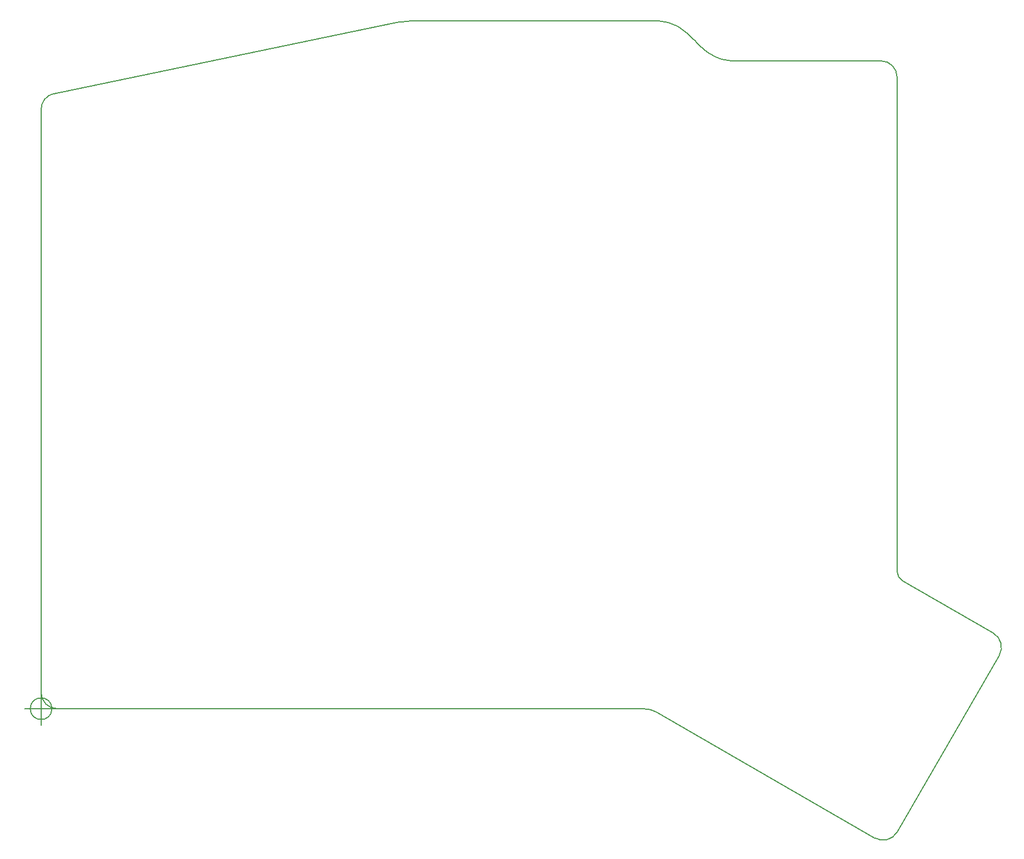
<source format=gm1>
G04 #@! TF.GenerationSoftware,KiCad,Pcbnew,(5.99.0-7652-gaab3c936f0)*
G04 #@! TF.CreationDate,2020-12-28T19:10:51+00:00*
G04 #@! TF.ProjectId,ergodash,6572676f-6461-4736-982e-6b696361645f,2.0*
G04 #@! TF.SameCoordinates,PX4c880a8PY8a3633c*
G04 #@! TF.FileFunction,Profile,NP*
%FSLAX46Y46*%
G04 Gerber Fmt 4.6, Leading zero omitted, Abs format (unit mm)*
G04 Created by KiCad (PCBNEW (5.99.0-7652-gaab3c936f0)) date 2020-12-28 19:10:51*
%MOMM*%
%LPD*%
G01*
G04 APERTURE LIST*
G04 #@! TA.AperFunction,Profile*
%ADD10C,0.160000*%
G04 #@! TD*
%ADD11C,0.160000*%
G04 #@! TA.AperFunction,Profile*
%ADD12C,0.150000*%
G04 #@! TD*
G04 APERTURE END LIST*
D10*
X55258000Y105972500D02*
X1993000Y94952500D01*
X0Y2500500D02*
X0Y92504500D01*
X129500000Y100000500D02*
G75*
G02*
X132000000Y97500500I0J-2500000D01*
G01*
X57284000Y106180500D02*
X94640000Y106180500D01*
X2500000Y500D02*
X92856000Y500D01*
X132000000Y97500500D02*
X132000000Y21211500D01*
X132850000Y19739500D02*
X146835000Y11665500D01*
X49Y92503977D02*
G75*
G02*
X1993000Y94952500I2499951J523D01*
G01*
X94991000Y-572500D02*
X128575000Y-19961500D01*
X2500000Y500D02*
G75*
G02*
X0Y2500500I0J2500000D01*
G01*
X107000000Y100000500D02*
X129500000Y100000500D01*
X55258007Y105973117D02*
G75*
G02*
X57284000Y106180500I2025993J-9792617D01*
G01*
D11*
X94640000Y106180500D02*
X95201646Y106162772D01*
X95729345Y106111096D01*
X96225360Y106027736D01*
X96691953Y105914954D01*
X97131387Y105775013D01*
X97545927Y105610178D01*
X97937835Y105422711D01*
X98309375Y105214875D01*
X98662808Y104988934D01*
X99000400Y104747151D01*
X99324412Y104491788D01*
X99637109Y104225110D01*
X99940753Y103949379D01*
X100237607Y103666858D01*
X100529935Y103379811D01*
X100820000Y103090500D01*
X101110064Y102801190D01*
X101402392Y102514143D01*
X101699246Y102231622D01*
X102002890Y101955891D01*
X102315587Y101689213D01*
X102639599Y101433850D01*
X102977191Y101192067D01*
X103330625Y100966125D01*
X103702164Y100758290D01*
X104094072Y100570823D01*
X104508612Y100405988D01*
X104948046Y100266047D01*
X105414639Y100153265D01*
X105910654Y100069905D01*
X106438353Y100018229D01*
X107000000Y100000500D01*
D10*
X132850000Y19739257D02*
G75*
G02*
X132000000Y21211500I850000J1472243D01*
G01*
X146835000Y11665500D02*
G75*
G02*
X147750000Y8250500I-1250000J-2165000D01*
G01*
X92855964Y-438D02*
G75*
G02*
X94991000Y-572500I36J-4270062D01*
G01*
X131990000Y-19046500D02*
G75*
G02*
X128575000Y-19961500I-2165000J1250000D01*
G01*
X131990000Y-19046500D02*
X147750000Y8250500D01*
D12*
X1666666Y0D02*
G75*
G03*
X1666666Y0I-1666666J0D01*
G01*
X-2500000Y0D02*
X2500000Y0D01*
X0Y2500000D02*
X0Y-2500000D01*
M02*

</source>
